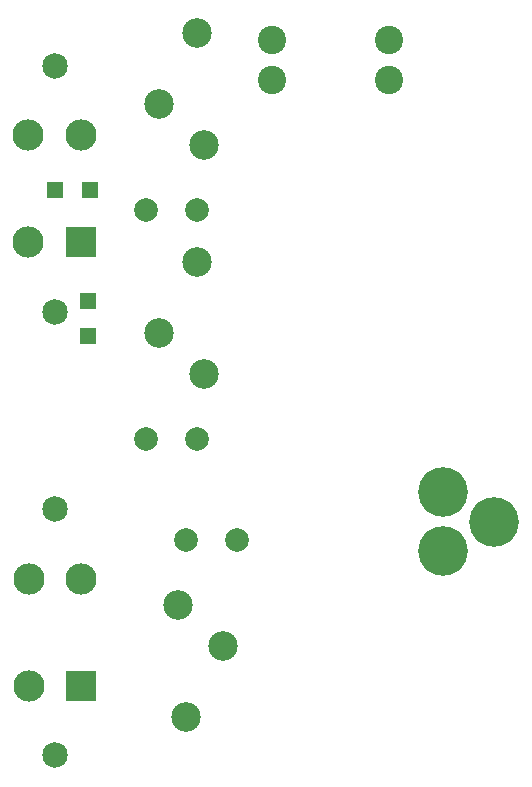
<source format=gbr>
%TF.GenerationSoftware,Altium Limited,Altium Designer,19.1.8 (144)*%
G04 Layer_Color=255*
%FSLAX26Y26*%
%MOIN*%
%TF.FileFunction,Pads,Bot*%
%TF.Part,Single*%
G01*
G75*
%TA.AperFunction,SMDPad,CuDef*%
%ADD12R,0.053150X0.057087*%
%TA.AperFunction,ComponentPad*%
%ADD14C,0.165354*%
%ADD15C,0.103937*%
%ADD16R,0.103937X0.103937*%
%ADD17C,0.085039*%
%ADD18C,0.098425*%
%ADD19C,0.078740*%
%ADD20C,0.094488*%
%TA.AperFunction,SMDPad,CuDef*%
%ADD22R,0.057087X0.053150*%
D12*
X1750000Y2687992D02*
D03*
X1633858D02*
D03*
D14*
X2926181Y1484252D02*
D03*
X3096659Y1582677D02*
D03*
X2926181Y1681102D02*
D03*
D15*
X1720394Y1393465D02*
D03*
X1545197D02*
D03*
Y1034409D02*
D03*
X1543228Y2514110D02*
D03*
Y2873165D02*
D03*
X1718425D02*
D03*
D16*
X1720394Y1034409D02*
D03*
X1718425Y2514110D02*
D03*
D17*
X1632874Y1624016D02*
D03*
Y803937D02*
D03*
X1630906Y2283637D02*
D03*
Y3103716D02*
D03*
D18*
X2068898Y932087D02*
D03*
X2043307Y1306102D02*
D03*
X2192913Y1168307D02*
D03*
X1980315Y2211708D02*
D03*
X2129921Y2073913D02*
D03*
X2104331Y2447928D02*
D03*
X1980315Y2975487D02*
D03*
X2129921Y2837692D02*
D03*
X2104331Y3211708D02*
D03*
D19*
X2238189Y1522638D02*
D03*
X2068898D02*
D03*
X2104331Y1857377D02*
D03*
X1935039D02*
D03*
X2104331Y2621157D02*
D03*
X1935039D02*
D03*
D20*
X2355630Y3190566D02*
D03*
X2746181D02*
D03*
X2355630Y3056708D02*
D03*
X2746181D02*
D03*
D22*
X1741142Y2201772D02*
D03*
Y2317913D02*
D03*
%TF.MD5,1468d22dd05b25325d25a10d6848e4db*%
M02*

</source>
